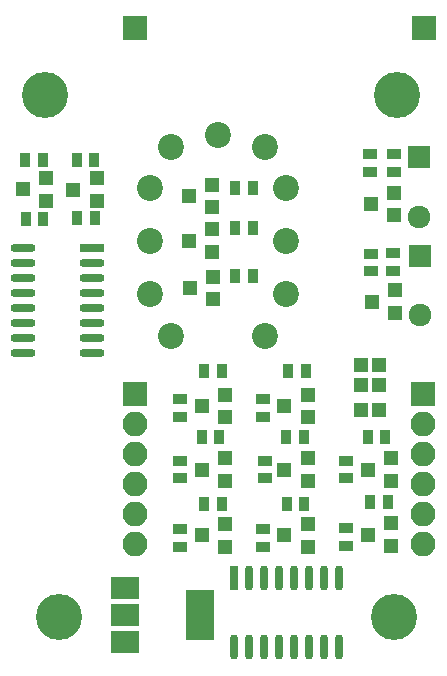
<source format=gbs>
%TF.GenerationSoftware,KiCad,Pcbnew,4.0.7*%
%TF.CreationDate,2017-11-16T17:07:26+08:00*%
%TF.ProjectId,Nixie-Tube-with-shiftR,4E697869652D547562652D776974682D,rev?*%
%TF.FileFunction,Soldermask,Bot*%
%FSLAX46Y46*%
G04 Gerber Fmt 4.6, Leading zero omitted, Abs format (unit mm)*
G04 Created by KiCad (PCBNEW 4.0.7) date 11/16/17 17:07:26*
%MOMM*%
%LPD*%
G01*
G04 APERTURE LIST*
%ADD10C,0.100000*%
%ADD11C,2.200000*%
%ADD12R,2.400000X4.200000*%
%ADD13R,2.400000X1.900000*%
%ADD14R,1.200000X1.150000*%
%ADD15R,2.100000X2.100000*%
%ADD16O,2.100000X2.100000*%
%ADD17R,1.300000X0.900000*%
%ADD18R,1.300000X1.200000*%
%ADD19R,1.924000X1.924000*%
%ADD20C,1.924000*%
%ADD21R,2.140000X0.740000*%
%ADD22O,2.140000X0.740000*%
%ADD23R,0.740000X2.140000*%
%ADD24O,0.740000X2.140000*%
%ADD25R,0.900000X1.300000*%
%ADD26C,3.900000*%
G04 APERTURE END LIST*
D10*
D11*
X23893155Y-15535798D03*
X23893155Y-20035798D03*
X23893155Y-24535798D03*
X12393155Y-15535798D03*
X12393155Y-20035798D03*
X12393155Y-24535798D03*
X14143155Y-12035798D03*
X22143155Y-12035798D03*
X14143155Y-28035798D03*
X22143155Y-28035798D03*
X18143155Y-11035798D03*
D12*
X16600000Y-51700000D03*
D13*
X10300000Y-51700000D03*
X10300000Y-49400000D03*
X10300000Y-54000000D03*
D14*
X31750000Y-32200000D03*
X30250000Y-32200000D03*
D15*
X35500000Y-33000000D03*
D16*
X35500000Y-35540000D03*
X35500000Y-38080000D03*
X35500000Y-40620000D03*
X35500000Y-43160000D03*
X35500000Y-45700000D03*
D15*
X11100000Y-33000000D03*
D16*
X11100000Y-35540000D03*
X11100000Y-38080000D03*
X11100000Y-40620000D03*
X11100000Y-43160000D03*
X11100000Y-45700000D03*
D17*
X33000000Y-12700000D03*
X33000000Y-14200000D03*
X31000000Y-14200000D03*
X31000000Y-12700000D03*
D18*
X33050000Y-15950000D03*
X33050000Y-17850000D03*
X31050000Y-16900000D03*
D19*
X35150000Y-12950000D03*
D20*
X35150000Y-17950000D03*
D19*
X35200000Y-21300000D03*
D20*
X35200000Y-26300000D03*
D21*
X7500000Y-20580000D03*
D22*
X7500000Y-21850000D03*
X7500000Y-23120000D03*
X7500000Y-24390000D03*
X7500000Y-25660000D03*
X7500000Y-26930000D03*
X7500000Y-28200000D03*
X1650000Y-28200000D03*
X1650000Y-26930000D03*
X1650000Y-25660000D03*
X1650000Y-24390000D03*
X1650000Y-23120000D03*
X1650000Y-21850000D03*
X1650000Y-20580000D03*
X7500000Y-29470000D03*
X1650000Y-29470000D03*
D23*
X19490000Y-48570000D03*
D24*
X20760000Y-48570000D03*
X22030000Y-48570000D03*
X23300000Y-48570000D03*
X24570000Y-48570000D03*
X25840000Y-48570000D03*
X27110000Y-48570000D03*
X27110000Y-54420000D03*
X25840000Y-54420000D03*
X24570000Y-54420000D03*
X23300000Y-54420000D03*
X22030000Y-54420000D03*
X20760000Y-54420000D03*
X19490000Y-54420000D03*
X28380000Y-48570000D03*
X28380000Y-54420000D03*
D17*
X32950000Y-21050000D03*
X32950000Y-22550000D03*
X31050000Y-22600000D03*
X31050000Y-21100000D03*
D25*
X23900000Y-36625000D03*
X25400000Y-36625000D03*
X30800000Y-36625000D03*
X32300000Y-36625000D03*
X23950000Y-42275000D03*
X25450000Y-42275000D03*
X16950000Y-31000000D03*
X18450000Y-31000000D03*
X31000000Y-42125000D03*
X32500000Y-42125000D03*
X16750000Y-36625000D03*
X18250000Y-36625000D03*
X16950000Y-42250000D03*
X18450000Y-42250000D03*
X1800000Y-13150000D03*
X3300000Y-13150000D03*
X24100000Y-31000000D03*
X25600000Y-31000000D03*
X7675000Y-13175000D03*
X6175000Y-13175000D03*
X21100000Y-15500000D03*
X19600000Y-15500000D03*
X21100000Y-18950000D03*
X19600000Y-18950000D03*
X21100000Y-23000000D03*
X19600000Y-23000000D03*
D17*
X29000000Y-38625000D03*
X29000000Y-40125000D03*
X14950000Y-33400000D03*
X14950000Y-34900000D03*
X14950000Y-38625000D03*
X14950000Y-40125000D03*
X14950000Y-44425000D03*
X14950000Y-45925000D03*
X21950000Y-33400000D03*
X21950000Y-34900000D03*
X22100000Y-38625000D03*
X22100000Y-40125000D03*
X21950000Y-44425000D03*
X21950000Y-45925000D03*
X29000000Y-44350000D03*
X29000000Y-45850000D03*
D25*
X3350000Y-18150000D03*
X1850000Y-18150000D03*
X7725000Y-18075000D03*
X6225000Y-18075000D03*
D18*
X33150000Y-24200000D03*
X33150000Y-26100000D03*
X31150000Y-25150000D03*
X17650000Y-15250000D03*
X17650000Y-17150000D03*
X15650000Y-16200000D03*
X17650000Y-19050000D03*
X17650000Y-20950000D03*
X15650000Y-20000000D03*
X17750000Y-23050000D03*
X17750000Y-24950000D03*
X15750000Y-24000000D03*
X25750000Y-38425000D03*
X25750000Y-40325000D03*
X23750000Y-39375000D03*
X32800000Y-38425000D03*
X32800000Y-40325000D03*
X30800000Y-39375000D03*
X25750000Y-44000000D03*
X25750000Y-45900000D03*
X23750000Y-44950000D03*
X18750000Y-33050000D03*
X18750000Y-34950000D03*
X16750000Y-34000000D03*
X32800000Y-43925000D03*
X32800000Y-45825000D03*
X30800000Y-44875000D03*
X18750000Y-38425000D03*
X18750000Y-40325000D03*
X16750000Y-39375000D03*
X18750000Y-44000000D03*
X18750000Y-45900000D03*
X16750000Y-44950000D03*
X25750000Y-33050000D03*
X25750000Y-34950000D03*
X23750000Y-34000000D03*
X7875000Y-14725000D03*
X7875000Y-16625000D03*
X5875000Y-15675000D03*
D15*
X11100000Y-2000000D03*
X35550000Y-2000000D03*
D14*
X30250000Y-34350000D03*
X31750000Y-34350000D03*
D18*
X3600000Y-14700000D03*
X3600000Y-16600000D03*
X1600000Y-15650000D03*
D26*
X33030000Y-51900000D03*
X4700000Y-51900000D03*
X3500000Y-7700000D03*
X33300000Y-7700000D03*
D14*
X31750000Y-30500000D03*
X30250000Y-30500000D03*
M02*

</source>
